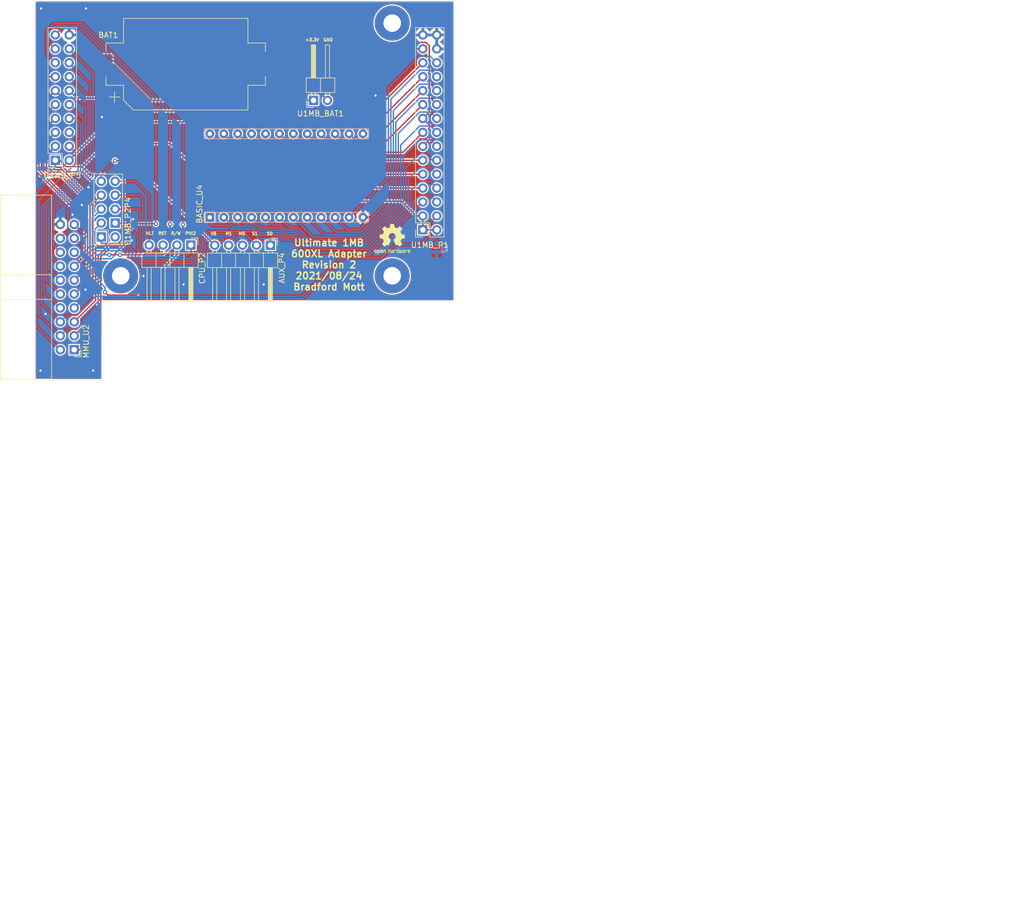
<source format=kicad_pcb>
(kicad_pcb (version 20171130) (host pcbnew 5.1.5+dfsg1-2build2)
  (title_block (title "Ultimate 1MB 600XL Adapter") (date 2021-08-24) (rev 2) (company "Bradford Mott") (comment 4 "Licensed under CERN-OHL-W v2 or later"))
  (layers (0 F.Cu signal) (31 B.Cu signal) (34 B.Paste user) (35 F.Paste user) (36 B.SilkS user) (37 F.SilkS user) (38 B.Mask user) (39 F.Mask user) (44 Edge.Cuts user))
  (net 0 "")
  (net 1 "Net-(BAT1-Pad1)")
  (net 2 "Net-(BAT1-Pad2)")
  (net 3 GND)
  (net 4 ~REF)
  (net 5 REN)
  (net 6 ~S5)
  (net 7 RD5)
  (net 8 ~BASIC)
  (net 9 RD4)
  (net 10 ~MPD)
  (net 11 ~MAP)
  (net 12 ~OS)
  (net 13 A15)
  (net 14 ~CI)
  (net 15 A14)
  (net 16 ~IO)
  (net 17 A13)
  (net 18 ~BE)
  (net 19 A12)
  (net 20 ~S4)
  (net 21 A11)
  (net 22 +5V)
  (net 23 D3)
  (net 24 D2)
  (net 25 D4)
  (net 26 D1)
  (net 27 D5)
  (net 28 D0)
  (net 29 D6)
  (net 30 D7)
  (net 31 A1)
  (net 32 A2)
  (net 33 A10)
  (net 34 A3)
  (net 35 A4)
  (net 36 A5)
  (net 37 A9)
  (net 38 A6)
  (net 39 A8)
  (net 40 A7)
  (net 41 A0)
  (net 42 RW)
  (net 43 PHI2)
  (net 44 ~RST)
  (net 45 ~HLT)
  (net 46 VB)
  (net 47 M1)
  (net 48 M0)
  (net 49 S1)
  (net 50 S0)
  (module Capacitor_SMD:C_0603_1608Metric (layer B.Cu) (at 181.864 99.568 90)
    (fp_text reference C2 (at 0 1.43 90) (layer B.SilkS) (effects (justify mirror)))
    (fp_text value "0.1 UF")
    (pad 2 smd roundrect (at 0.7875 0 90) (size 0.875 0.95) (layers B.Cu B.Paste B.Mask) (net 22 +5V))
    (pad 1 smd roundrect (at -0.7875 0 90) (size 0.875 0.95) (layers B.Cu B.Paste B.Mask) (net 3 GND))
  )
  (module Capacitor_SMD:C_0603_1608Metric (layer B.Cu) (at 109.982 85.852 270)
    (fp_text reference C1 (at 0 -1.397 270) (layer B.SilkS) (effects (justify mirror)))
    (fp_text value "0.1 UF")
    (pad 2 smd roundrect (at 0.7875 0 270) (size 0.875 0.95) (layers B.Cu B.Paste B.Mask) (net 22 +5V))
    (pad 1 smd roundrect (at -0.7875 0 270) (size 0.875 0.95) (layers B.Cu B.Paste B.Mask) (net 3 GND))
  )
  (module "Project Specific:DIP-24_W15.24mm-Notch" (layer F.Cu) (at 140.462 93.98 90)
    (fp_text reference BASIC_U4 (at 2.413 -1.8796 90) (layer F.SilkS))
    (fp_text value Conn_02x12_Counter_Clockwise hide)
    (pad 1 thru_hole rect (at 0 0 90) (size 1.6 1.6) (drill 0.8) (layers *.Cu *.Mask) (net 40 A7))
    (pad 2 thru_hole oval (at 0 2.54 90) (size 1.6 1.6) (drill 0.8) (layers *.Cu *.Mask) (net 38 A6))
    (pad 3 thru_hole oval (at 0 5.08 90) (size 1.6 1.6) (drill 0.8) (layers *.Cu *.Mask) (net 36 A5))
    (pad 4 thru_hole oval (at 0 7.62 90) (size 1.6 1.6) (drill 0.8) (layers *.Cu *.Mask) (net 35 A4))
    (pad 5 thru_hole oval (at 0 10.16 90) (size 1.6 1.6) (drill 0.8) (layers *.Cu *.Mask) (net 34 A3))
    (pad 6 thru_hole oval (at 0 12.7 90) (size 1.6 1.6) (drill 0.8) (layers *.Cu *.Mask) (net 32 A2))
    (pad 7 thru_hole oval (at 0 15.24 90) (size 1.6 1.6) (drill 0.8) (layers *.Cu *.Mask) (net 31 A1))
    (pad 8 thru_hole oval (at 0 17.78 90) (size 1.6 1.6) (drill 0.8) (layers *.Cu *.Mask) (net 41 A0))
    (pad 9 thru_hole oval (at 0 20.32 90) (size 1.6 1.6) (drill 0.8) (layers *.Cu *.Mask) (net 28 D0))
    (pad 10 thru_hole oval (at 0 22.86 90) (size 1.6 1.6) (drill 0.8) (layers *.Cu *.Mask) (net 26 D1))
    (pad 11 thru_hole oval (at 0 25.4 90) (size 1.6 1.6) (drill 0.8) (layers *.Cu *.Mask) (net 24 D2))
    (pad 12 thru_hole oval (at 0 27.94 90) (size 1.6 1.6) (drill 0.8) (layers *.Cu *.Mask) (net 3 GND))
    (pad 13 thru_hole oval (at 15.24 27.94 90) (size 1.6 1.6) (drill 0.8) (layers *.Cu *.Mask) (net 23 D3))
    (pad 14 thru_hole oval (at 15.24 25.4 90) (size 1.6 1.6) (drill 0.8) (layers *.Cu *.Mask) (net 25 D4))
    (pad 15 thru_hole oval (at 15.24 22.86 90) (size 1.6 1.6) (drill 0.8) (layers *.Cu *.Mask) (net 27 D5))
    (pad 16 thru_hole oval (at 15.24 20.32 90) (size 1.6 1.6) (drill 0.8) (layers *.Cu *.Mask) (net 29 D6))
    (pad 17 thru_hole oval (at 15.24 17.78 90) (size 1.6 1.6) (drill 0.8) (layers *.Cu *.Mask) (net 30 D7))
    (pad 18 thru_hole oval (at 15.24 15.24 90) (size 1.6 1.6) (drill 0.8) (layers *.Cu *.Mask))
    (pad 19 thru_hole oval (at 15.24 12.7 90) (size 1.6 1.6) (drill 0.8) (layers *.Cu *.Mask) (net 33 A10))
    (pad 20 thru_hole oval (at 15.24 10.16 90) (size 1.6 1.6) (drill 0.8) (layers *.Cu *.Mask))
    (pad 21 thru_hole oval (at 15.24 7.62 90) (size 1.6 1.6) (drill 0.8) (layers *.Cu *.Mask))
    (pad 22 thru_hole oval (at 15.24 5.08 90) (size 1.6 1.6) (drill 0.8) (layers *.Cu *.Mask) (net 37 A9))
    (pad 23 thru_hole oval (at 15.24 2.54 90) (size 1.6 1.6) (drill 0.8) (layers *.Cu *.Mask) (net 39 A8))
    (pad 24 thru_hole oval (at 15.24 0 90) (size 1.6 1.6) (drill 0.8) (layers *.Cu *.Mask))
  )
  (module Symbol:OSHW-Logo2_7.3x6mm_SilkScreen (layer F.Cu) (at 173.736 97.9424)
    (fp_text reference REF** hide)
    (fp_text value OSHW-Logo2_7.3x6mm_SilkScreen hide)
  )
  (module Connector_PinHeader_2.54mm:PinHeader_1x04_P2.54mm_Horizontal (layer F.Cu) (at 137.0076 99.0346 270)
    (fp_text reference CPU_P2 (at 4.2164 -2.0574 90) (layer F.SilkS))
    (fp_text value Conn_01x04)
    (pad 4 thru_hole oval (at 0 7.62 270) (size 1.7 1.7) (drill 1) (layers *.Cu *.Mask) (net 45 ~HLT))
    (pad 3 thru_hole oval (at 0 5.08 270) (size 1.7 1.7) (drill 1) (layers *.Cu *.Mask) (net 44 ~RST))
    (pad 2 thru_hole oval (at 0 2.54 270) (size 1.7 1.7) (drill 1) (layers *.Cu *.Mask) (net 42 RW))
    (pad 1 thru_hole rect (at 0 0 270) (size 1.7 1.7) (drill 1) (layers *.Cu *.Mask) (net 43 PHI2))
  )
  (module Connector_PinHeader_2.54mm:PinHeader_1x05_P2.54mm_Horizontal (layer F.Cu) (at 151.511 99.06 270)
    (fp_text reference AUX_P4 (at 4.1656 -2.0828 90) (layer F.SilkS))
    (fp_text value Conn_01x05)
    (pad 5 thru_hole oval (at 0 10.16 270) (size 1.7 1.7) (drill 1) (layers *.Cu *.Mask) (net 46 VB))
    (pad 4 thru_hole oval (at 0 7.62 270) (size 1.7 1.7) (drill 1) (layers *.Cu *.Mask) (net 47 M1))
    (pad 3 thru_hole oval (at 0 5.08 270) (size 1.7 1.7) (drill 1) (layers *.Cu *.Mask) (net 48 M0))
    (pad 2 thru_hole oval (at 0 2.54 270) (size 1.7 1.7) (drill 1) (layers *.Cu *.Mask) (net 49 S1))
    (pad 1 thru_hole rect (at 0 0 270) (size 1.7 1.7) (drill 1) (layers *.Cu *.Mask) (net 50 S0))
  )
  (module Connector_PinSocket_2.54mm:PinSocket_2x05_P2.54mm_Vertical (layer F.Cu) (at 120.65 97.5614 180)
    (fp_text reference U1MB_P2P4 (at -4.8514 2.8448 270) (layer F.SilkS))
    (fp_text value Conn_02x05_Row_Letter_First)
    (pad 1 thru_hole rect (at 0 0 180) (size 1.7 1.7) (drill 1) (layers *.Cu *.Mask) (net 50 S0))
    (pad 2 thru_hole oval (at -2.54 0 180) (size 1.7 1.7) (drill 1) (layers *.Cu *.Mask))
    (pad 3 thru_hole oval (at 0 2.54 180) (size 1.7 1.7) (drill 1) (layers *.Cu *.Mask) (net 49 S1))
    (pad 4 thru_hole rect (at -2.54 2.54 180) (size 1.7 1.7) (drill 1) (layers *.Cu *.Mask) (net 43 PHI2))
    (pad 5 thru_hole oval (at 0 5.08 180) (size 1.7 1.7) (drill 1) (layers *.Cu *.Mask) (net 48 M0))
    (pad 6 thru_hole oval (at -2.54 5.08 180) (size 1.7 1.7) (drill 1) (layers *.Cu *.Mask) (net 42 RW))
    (pad 7 thru_hole oval (at 0 7.62 180) (size 1.7 1.7) (drill 1) (layers *.Cu *.Mask) (net 47 M1))
    (pad 8 thru_hole oval (at -2.54 7.62 180) (size 1.7 1.7) (drill 1) (layers *.Cu *.Mask) (net 44 ~RST))
    (pad 9 thru_hole oval (at 0 10.16 180) (size 1.7 1.7) (drill 1) (layers *.Cu *.Mask) (net 46 VB))
    (pad 10 thru_hole oval (at -2.54 10.16 180) (size 1.7 1.7) (drill 1) (layers *.Cu *.Mask) (net 45 ~HLT))
  )
  (module MountingHole:MountingHole_3.2mm_M3_Pad (layer F.Cu) (at 173.736 58.547)
    (fp_text reference M3 hide)
    (fp_text value MountingHole_3.2mm_M3_Pad)
    (pad 1 thru_hole circle (at 0 0) (size 6.4 6.4) (drill 3.2) (layers *.Cu *.Mask))
  )
  (module MountingHole:MountingHole_3.2mm_M3_Pad (layer F.Cu) (at 173.736 104.648)
    (fp_text reference M2 hide)
    (fp_text value MountingHole_3.2mm_M3_Pad)
    (pad 1 thru_hole circle (at 0 0) (size 6.4 6.4) (drill 3.2) (layers *.Cu *.Mask))
  )
  (module "" (layer F.Cu) (at 164.465 117.729)
    (fp_text reference "" (at 124.333 104.902) (layer F.SilkS) (effects (font (size 1.27 1.27))))
    (fp_text value "" (at 124.333 104.902) (layer F.SilkS) (effects (font (size 1.27 1.27))))
  )
  (module MountingHole:MountingHole_3.2mm_M3_Pad (layer F.Cu) (at 124.206 104.648)
    (fp_text reference M1 hide)
    (fp_text value MountingHole_3.2mm_M3_Pad)
    (pad 1 thru_hole circle (at 0 0) (size 6.4 6.4) (drill 3.2) (layers *.Cu *.Mask))
  )
  (module Connector_IDC:IDC-Header_2x10_P2.54mm_Horizontal (layer F.Cu) (at 115.7224 118.1354 180)
    (fp_text reference MMU_U2 (at -2.159 1.524 270) (layer F.SilkS))
    (fp_text value Conn_02x10_Odd_Even)
    (pad 20 thru_hole oval (at 2.54 22.86 180) (size 1.7272 1.7272) (drill 1.016) (layers *.Cu *.Mask) (net 3 GND))
    (pad 19 thru_hole oval (at 0 22.86 180) (size 1.7272 1.7272) (drill 1.016) (layers *.Cu *.Mask) (net 4 ~REF))
    (pad 18 thru_hole oval (at 2.54 20.32 180) (size 1.7272 1.7272) (drill 1.016) (layers *.Cu *.Mask) (net 5 REN))
    (pad 17 thru_hole oval (at 0 20.32 180) (size 1.7272 1.7272) (drill 1.016) (layers *.Cu *.Mask) (net 6 ~S5))
    (pad 16 thru_hole oval (at 2.54 17.78 180) (size 1.7272 1.7272) (drill 1.016) (layers *.Cu *.Mask) (net 7 RD5))
    (pad 15 thru_hole oval (at 0 17.78 180) (size 1.7272 1.7272) (drill 1.016) (layers *.Cu *.Mask) (net 8 ~BASIC))
    (pad 14 thru_hole oval (at 2.54 15.24 180) (size 1.7272 1.7272) (drill 1.016) (layers *.Cu *.Mask) (net 9 RD4))
    (pad 13 thru_hole oval (at 0 15.24 180) (size 1.7272 1.7272) (drill 1.016) (layers *.Cu *.Mask) (net 10 ~MPD))
    (pad 12 thru_hole oval (at 2.54 12.7 180) (size 1.7272 1.7272) (drill 1.016) (layers *.Cu *.Mask) (net 11 ~MAP))
    (pad 11 thru_hole oval (at 0 12.7 180) (size 1.7272 1.7272) (drill 1.016) (layers *.Cu *.Mask) (net 12 ~OS))
    (pad 10 thru_hole oval (at 2.54 10.16 180) (size 1.7272 1.7272) (drill 1.016) (layers *.Cu *.Mask) (net 13 A15))
    (pad 9 thru_hole oval (at 0 10.16 180) (size 1.7272 1.7272) (drill 1.016) (layers *.Cu *.Mask) (net 14 ~CI))
    (pad 8 thru_hole oval (at 2.54 7.62 180) (size 1.7272 1.7272) (drill 1.016) (layers *.Cu *.Mask) (net 15 A14))
    (pad 7 thru_hole oval (at 0 7.62 180) (size 1.7272 1.7272) (drill 1.016) (layers *.Cu *.Mask) (net 16 ~IO))
    (pad 6 thru_hole oval (at 2.54 5.08 180) (size 1.7272 1.7272) (drill 1.016) (layers *.Cu *.Mask) (net 17 A13))
    (pad 5 thru_hole oval (at 0 5.08 180) (size 1.7272 1.7272) (drill 1.016) (layers *.Cu *.Mask) (net 18 ~BE))
    (pad 4 thru_hole oval (at 2.54 2.54 180) (size 1.7272 1.7272) (drill 1.016) (layers *.Cu *.Mask) (net 19 A12))
    (pad 3 thru_hole oval (at 0 2.54 180) (size 1.7272 1.7272) (drill 1.016) (layers *.Cu *.Mask) (net 20 ~S4))
    (pad 2 thru_hole oval (at 2.54 0 180) (size 1.7272 1.7272) (drill 1.016) (layers *.Cu *.Mask) (net 21 A11))
    (pad 1 thru_hole rect (at 0 0 180) (size 1.7272 1.7272) (drill 1.016) (layers *.Cu *.Mask) (net 22 +5V))
  )
  (module Connector_PinSocket_2.54mm:PinSocket_2x15_P2.54mm_Vertical (layer F.Cu) (at 179.324 96.266 180)
    (fp_text reference U1MB_P1 (at -1.27 -2.77) (layer F.SilkS))
    (fp_text value Conn_02x15_Counter_Clockwise)
    (pad 30 thru_hole oval (at -2.54 35.56 180) (size 1.7 1.7) (drill 1) (layers *.Cu *.Mask) (net 3 GND))
    (pad 29 thru_hole oval (at 0 35.56 180) (size 1.7 1.7) (drill 1) (layers *.Cu *.Mask) (net 3 GND))
    (pad 28 thru_hole oval (at -2.54 33.02 180) (size 1.7 1.7) (drill 1) (layers *.Cu *.Mask) (net 3 GND))
    (pad 27 thru_hole oval (at 0 33.02 180) (size 1.7 1.7) (drill 1) (layers *.Cu *.Mask) (net 23 D3))
    (pad 26 thru_hole oval (at -2.54 30.48 180) (size 1.7 1.7) (drill 1) (layers *.Cu *.Mask) (net 24 D2))
    (pad 25 thru_hole oval (at 0 30.48 180) (size 1.7 1.7) (drill 1) (layers *.Cu *.Mask) (net 25 D4))
    (pad 24 thru_hole oval (at -2.54 27.94 180) (size 1.7 1.7) (drill 1) (layers *.Cu *.Mask) (net 26 D1))
    (pad 23 thru_hole oval (at 0 27.94 180) (size 1.7 1.7) (drill 1) (layers *.Cu *.Mask) (net 27 D5))
    (pad 22 thru_hole oval (at -2.54 25.4 180) (size 1.7 1.7) (drill 1) (layers *.Cu *.Mask) (net 28 D0))
    (pad 21 thru_hole oval (at 0 25.4 180) (size 1.7 1.7) (drill 1) (layers *.Cu *.Mask) (net 29 D6))
    (pad 20 thru_hole oval (at -2.54 22.86 180) (size 1.7 1.7) (drill 1) (layers *.Cu *.Mask) (net 41 A0))
    (pad 19 thru_hole oval (at 0 22.86 180) (size 1.7 1.7) (drill 1) (layers *.Cu *.Mask) (net 30 D7))
    (pad 18 thru_hole oval (at -2.54 20.32 180) (size 1.7 1.7) (drill 1) (layers *.Cu *.Mask) (net 31 A1))
    (pad 17 thru_hole oval (at 0 20.32 180) (size 1.7 1.7) (drill 1) (layers *.Cu *.Mask) (net 12 ~OS))
    (pad 16 thru_hole oval (at -2.54 17.78 180) (size 1.7 1.7) (drill 1) (layers *.Cu *.Mask) (net 32 A2))
    (pad 15 thru_hole oval (at 0 17.78 180) (size 1.7 1.7) (drill 1) (layers *.Cu *.Mask) (net 33 A10))
    (pad 14 thru_hole oval (at -2.54 15.24 180) (size 1.7 1.7) (drill 1) (layers *.Cu *.Mask) (net 34 A3))
    (pad 13 thru_hole oval (at 0 15.24 180) (size 1.7 1.7) (drill 1) (layers *.Cu *.Mask) (net 12 ~OS))
    (pad 12 thru_hole oval (at -2.54 12.7 180) (size 1.7 1.7) (drill 1) (layers *.Cu *.Mask) (net 35 A4))
    (pad 11 thru_hole oval (at 0 12.7 180) (size 1.7 1.7) (drill 1) (layers *.Cu *.Mask) (net 21 A11))
    (pad 10 thru_hole oval (at -2.54 10.16 180) (size 1.7 1.7) (drill 1) (layers *.Cu *.Mask) (net 36 A5))
    (pad 9 thru_hole oval (at 0 10.16 180) (size 1.7 1.7) (drill 1) (layers *.Cu *.Mask) (net 37 A9))
    (pad 8 thru_hole oval (at -2.54 7.62 180) (size 1.7 1.7) (drill 1) (layers *.Cu *.Mask) (net 38 A6))
    (pad 7 thru_hole oval (at 0 7.62 180) (size 1.7 1.7) (drill 1) (layers *.Cu *.Mask) (net 39 A8))
    (pad 6 thru_hole oval (at -2.54 5.08 180) (size 1.7 1.7) (drill 1) (layers *.Cu *.Mask) (net 40 A7))
    (pad 5 thru_hole oval (at 0 5.08 180) (size 1.7 1.7) (drill 1) (layers *.Cu *.Mask) (net 17 A13))
    (pad 4 thru_hole oval (at -2.54 2.54 180) (size 1.7 1.7) (drill 1) (layers *.Cu *.Mask) (net 19 A12))
    (pad 3 thru_hole oval (at 0 2.54 180) (size 1.7 1.7) (drill 1) (layers *.Cu *.Mask) (net 22 +5V))
    (pad 2 thru_hole oval (at -2.54 0 180) (size 1.7 1.7) (drill 1) (layers *.Cu *.Mask) (net 22 +5V))
    (pad 1 thru_hole rect (at 0 0 180) (size 1.7 1.7) (drill 1) (layers *.Cu *.Mask) (net 22 +5V))
  )
  (module Connector_PinSocket_2.54mm:PinSocket_2x10_P2.54mm_Vertical (layer F.Cu) (at 112.268 83.566 180)
    (fp_text reference U1MB_P5 (at -1.27 -2.77) (layer F.SilkS))
    (fp_text value Conn_02x10_Odd_Even)
    (pad 20 thru_hole oval (at -2.54 22.86 180) (size 1.7 1.7) (drill 1) (layers *.Cu *.Mask) (net 3 GND))
    (pad 19 thru_hole oval (at 0 22.86 180) (size 1.7 1.7) (drill 1) (layers *.Cu *.Mask) (net 4 ~REF))
    (pad 18 thru_hole oval (at -2.54 20.32 180) (size 1.7 1.7) (drill 1) (layers *.Cu *.Mask) (net 5 REN))
    (pad 17 thru_hole oval (at 0 20.32 180) (size 1.7 1.7) (drill 1) (layers *.Cu *.Mask) (net 6 ~S5))
    (pad 16 thru_hole oval (at -2.54 17.78 180) (size 1.7 1.7) (drill 1) (layers *.Cu *.Mask) (net 7 RD5))
    (pad 15 thru_hole oval (at 0 17.78 180) (size 1.7 1.7) (drill 1) (layers *.Cu *.Mask) (net 8 ~BASIC))
    (pad 14 thru_hole oval (at -2.54 15.24 180) (size 1.7 1.7) (drill 1) (layers *.Cu *.Mask) (net 9 RD4))
    (pad 13 thru_hole oval (at 0 15.24 180) (size 1.7 1.7) (drill 1) (layers *.Cu *.Mask) (net 10 ~MPD))
    (pad 12 thru_hole oval (at -2.54 12.7 180) (size 1.7 1.7) (drill 1) (layers *.Cu *.Mask) (net 11 ~MAP))
    (pad 11 thru_hole oval (at 0 12.7 180) (size 1.7 1.7) (drill 1) (layers *.Cu *.Mask) (net 12 ~OS))
    (pad 10 thru_hole oval (at -2.54 10.16 180) (size 1.7 1.7) (drill 1) (layers *.Cu *.Mask) (net 13 A15))
    (pad 9 thru_hole oval (at 0 10.16 180) (size 1.7 1.7) (drill 1) (layers *.Cu *.Mask) (net 14 ~CI))
    (pad 8 thru_hole oval (at -2.54 7.62 180) (size 1.7 1.7) (drill 1) (layers *.Cu *.Mask) (net 15 A14))
    (pad 7 thru_hole oval (at 0 7.62 180) (size 1.7 1.7) (drill 1) (layers *.Cu *.Mask) (net 16 ~IO))
    (pad 6 thru_hole oval (at -2.54 5.08 180) (size 1.7 1.7) (drill 1) (layers *.Cu *.Mask) (net 17 A13))
    (pad 5 thru_hole oval (at 0 5.08 180) (size 1.7 1.7) (drill 1) (layers *.Cu *.Mask) (net 18 ~BE))
    (pad 4 thru_hole oval (at -2.54 2.54 180) (size 1.7 1.7) (drill 1) (layers *.Cu *.Mask) (net 19 A12))
    (pad 3 thru_hole oval (at 0 2.54 180) (size 1.7 1.7) (drill 1) (layers *.Cu *.Mask) (net 20 ~S4))
    (pad 2 thru_hole oval (at -2.54 0 180) (size 1.7 1.7) (drill 1) (layers *.Cu *.Mask) (net 21 A11))
    (pad 1 thru_hole rect (at 0 0 180) (size 1.7 1.7) (drill 1) (layers *.Cu *.Mask) (net 22 +5V))
  )
  (module Connector_PinHeader_2.54mm:PinHeader_1x02_P2.54mm_Horizontal (layer F.Cu) (at 159.385 72.644 90)
    (fp_text reference U1MB_BAT1 (at -2.413 1.27) (layer F.SilkS))
    (fp_text value Conn_01x02)
    (pad 2 thru_hole oval (at 0 2.54 90) (size 1.7 1.7) (drill 1) (layers *.Cu *.Mask) (net 2 "Net-(BAT1-Pad2)"))
    (pad 1 thru_hole rect (at 0 0 90) (size 1.7 1.7) (drill 1) (layers *.Cu *.Mask) (net 1 "Net-(BAT1-Pad1)"))
  )
  (module Battery:BatteryHolder_Keystone_1060_1x2032 (layer F.Cu) (at 136.062 66.04)
    (fp_text reference BAT1 (at -14.125 -5.3) (layer F.SilkS))
    (fp_text value Battery_Cell)
    (pad 1 smd rect (at -14.65 0 180) (size 2.6 3.6) (layers F.Cu F.Paste F.Mask) (net 1 "Net-(BAT1-Pad1)"))
    (pad 2 smd rect (at 14.65 0 180) (size 2.6 3.6) (layers F.Cu F.Paste F.Mask) (net 2 "Net-(BAT1-Pad2)"))
  )
  (gr_text "VB    M1   M0   S1    S0" (at 146.2786 96.9518) (layer F.SilkS) (effects (font (size 0.55 0.55) (thickness 0.1375))))
  (gr_text "+3.3V  GND" (at 160.401 61.595) (layer F.SilkS) (effects (font (size 0.55 0.55) (thickness 0.1375))))
  (gr_text "HLT  RST  R/W  PHI2" (at 133.35 96.901) (layer F.SilkS) (effects (font (size 0.55 0.55) (thickness 0.1375))))
  (gr_text "Ultimate 1MB\n600XL Adapter\nRevision 2\n2021/08/24\nBradford Mott" (at 162.2044 102.6414) (layer F.SilkS) (effects (font (size 1.25 1.25) (thickness 0.25))))
  (gr_line (start 185.166 109.347) (end 120.904 109.347) (layer Edge.Cuts) (width 0.05))
  (gr_line (start 185.166 54.356) (end 185.166 109.347) (layer Edge.Cuts) (width 0.05))
  (gr_line (start 108.458 123.698) (end 120.904 123.698) (layer Edge.Cuts) (width 0.05))
  (gr_line (start 120.904 123.698) (end 120.904 109.347) (layer Edge.Cuts) (width 0.05))
  (gr_line (start 108.458 123.698) (end 108.458 54.356) (layer Edge.Cuts) (width 0.05))
  (gr_line (start 108.458 54.356) (end 185.166 54.356) (layer Edge.Cuts) (width 0.05))
  (segment (start 158.285 72.644) (end 159.385 72.644) (width 0.25) (layer F.Cu) (net 1))
  (segment (start 129.566 72.644) (end 158.285 72.644) (width 0.25) (layer F.Cu) (net 1))
  (segment (start 122.962 66.04) (end 129.566 72.644) (width 0.25) (layer F.Cu) (net 1))
  (segment (start 121.412 66.04) (end 122.962 66.04) (width 0.25) (layer F.Cu) (net 1))
  (segment (start 155.321 66.04) (end 161.925 72.644) (width 0.25) (layer F.Cu) (net 2))
  (segment (start 150.712 66.04) (end 155.321 66.04) (width 0.25) (layer F.Cu) (net 2))
  (segment (start 180.526081 60.706) (end 181.864 60.706) (width 0.25) (layer B.Cu) (net 3))
  (segment (start 179.324 60.706) (end 180.526081 60.706) (width 0.25) (layer B.Cu) (net 3))
  (segment (start 181.864 62.043919) (end 181.864 60.706) (width 0.25) (layer B.Cu) (net 3))
  (segment (start 181.864 63.246) (end 181.864 62.043919) (width 0.25) (layer B.Cu) (net 3))
  (via (at 119.1768 121.9454) (size 0.8) (drill 0.4) (layers F.Cu B.Cu) (net 3))
  (via (at 109.5756 121.9454) (size 0.8) (drill 0.4) (layers F.Cu B.Cu) (net 3))
  (via (at 150.2918 106.2228) (size 0.8) (drill 0.4) (layers F.Cu B.Cu) (net 3))
  (via (at 135.6614 106.2228) (size 0.8) (drill 0.4) (layers F.Cu B.Cu) (net 3))
  (via (at 109.6772 55.88) (size 0.8) (drill 0.4) (layers F.Cu B.Cu) (net 3))
  (via (at 117.8814 55.88) (size 0.8) (drill 0.4) (layers F.Cu B.Cu) (net 3))
  (via (at 117.7798 107.188) (size 0.8) (drill 0.4) (layers F.Cu B.Cu) (net 3))
  (via (at 118.3132 88.4936) (size 0.8) (drill 0.4) (layers F.Cu B.Cu) (net 3))
  (via (at 126.4666 94.3102) (size 0.8) (drill 0.4) (layers F.Cu B.Cu) (net 3))
  (via (at 126.1872 98.171) (size 0.8) (drill 0.4) (layers F.Cu B.Cu) (net 3))
  (via (at 110.49 111.6076) (size 0.8) (drill 0.4) (layers F.Cu B.Cu) (net 3))
  (via (at 117.1194 91.7194) (size 0.8) (drill 0.4) (layers F.Cu B.Cu) (net 3))
  (via (at 115.4176 93.4974) (size 0.8) (drill 0.4) (layers F.Cu B.Cu) (net 3))
  (via (at 128.3462 104.6734) (size 0.8) (drill 0.4) (layers F.Cu B.Cu) (net 3))
  (via (at 170.688 71.755) (size 0.8) (drill 0.4) (layers F.Cu B.Cu) (net 3))
  (via (at 120.777 75.692) (size 0.8) (drill 0.4) (layers F.Cu B.Cu) (net 3))
  (segment (start 130.6068 73.2282) (end 130.6068 95.1484) (width 0.25) (layer B.Cu) (net 4))
  (via (at 130.6068 95.1484) (size 0.8) (drill 0.4) (layers F.Cu B.Cu) (net 4))
  (segment (start 130.6068 95.1484) (end 126.9492 95.1484) (width 0.25) (layer F.Cu) (net 4))
  (segment (start 116.909599 59.530999) (end 130.6068 73.2282) (width 0.25) (layer B.Cu) (net 4))
  (segment (start 113.443001 59.530999) (end 116.909599 59.530999) (width 0.25) (layer B.Cu) (net 4))
  (segment (start 112.268 60.706) (end 113.443001 59.530999) (width 0.25) (layer B.Cu) (net 4))
  (via (at 122.128764 100.81143) (size 0.8) (drill 0.4) (layers F.Cu B.Cu) (net 4))
  (segment (start 122.951792 100.81143) (end 122.128764 100.81143) (width 0.25) (layer F.Cu) (net 4))
  (segment (start 125.265019 98.498203) (end 122.951792 100.81143) (width 0.25) (layer F.Cu) (net 4))
  (segment (start 125.265019 96.832581) (end 125.265019 98.498203) (width 0.25) (layer F.Cu) (net 4))
  (segment (start 126.9492 95.1484) (end 125.265019 96.832581) (width 0.25) (layer F.Cu) (net 4))
  (segment (start 119.705798 100.81143) (end 118.12497 99.230602) (width 0.25) (layer B.Cu) (net 4))
  (segment (start 122.128764 100.81143) (end 119.705798 100.81143) (width 0.25) (layer B.Cu) (net 4))
  (segment (start 118.12497 97.67797) (end 115.7224 95.2754) (width 0.25) (layer B.Cu) (net 4))
  (segment (start 118.12497 99.230602) (end 118.12497 97.67797) (width 0.25) (layer B.Cu) (net 4))
  (segment (start 114.808 63.246) (end 119.133064 67.571064) (width 0.25) (layer B.Cu) (net 5))
  (segment (start 119.133064 67.571064) (end 119.133064 86.482756) (width 0.25) (layer B.Cu) (net 5))
  (segment (start 114.045999 96.951801) (end 113.1824 97.8154) (width 0.25) (layer B.Cu) (net 5))
  (segment (start 114.533799 96.464001) (end 114.045999 96.951801) (width 0.25) (layer B.Cu) (net 5))
  (segment (start 114.533799 91.082021) (end 114.533799 96.464001) (width 0.25) (layer B.Cu) (net 5))
  (segment (start 119.133064 86.482756) (end 114.533799 91.082021) (width 0.25) (layer B.Cu) (net 5))
  (via (at 133.223 95.2246) (size 0.8) (drill 0.4) (layers F.Cu B.Cu) (net 6))
  (segment (start 133.223 79.921998) (end 133.223 95.2246) (width 0.25) (layer B.Cu) (net 6))
  (segment (start 133.223 95.2246) (end 133.223 99.478202) (width 0.25) (layer F.Cu) (net 6))
  (segment (start 133.223 75.20799) (end 133.223 79.921998) (width 0.25) (layer B.Cu) (net 6))
  (segment (start 117.096 59.08099) (end 133.223 75.20799) (width 0.25) (layer B.Cu) (net 6))
  (segment (start 112.154009 59.080989) (end 117.096 59.08099) (width 0.25) (layer B.Cu) (net 6))
  (segment (start 111.092999 62.070999) (end 111.092999 60.141999) (width 0.25) (layer B.Cu) (net 6))
  (segment (start 111.092999 60.141999) (end 112.154009 59.080989) (width 0.25) (layer B.Cu) (net 6))
  (segment (start 112.268 63.246) (end 111.092999 62.070999) (width 0.25) (layer B.Cu) (net 6))
  (segment (start 133.223 99.478202) (end 131.889772 100.81143) (width 0.25) (layer F.Cu) (net 6))
  (via (at 124.090964 100.81143) (size 0.8) (drill 0.4) (layers F.Cu B.Cu) (net 6))
  (segment (start 131.889772 100.81143) (end 124.090964 100.81143) (width 0.25) (layer F.Cu) (net 6))
  (segment (start 116.585999 98.678999) (end 115.7224 97.8154) (width 0.25) (layer B.Cu) (net 6))
  (segment (start 119.443431 101.536431) (end 116.585999 98.678999) (width 0.25) (layer B.Cu) (net 6))
  (segment (start 122.476765 101.536431) (end 119.443431 101.536431) (width 0.25) (layer B.Cu) (net 6))
  (segment (start 123.201766 100.81143) (end 122.476765 101.536431) (width 0.25) (layer B.Cu) (net 6))
  (segment (start 124.090964 100.81143) (end 123.201766 100.81143) (width 0.25) (layer B.Cu) (net 6))
  (segment (start 114.808 65.786) (end 118.683055 69.661055) (width 0.25) (layer B.Cu) (net 7))
  (segment (start 118.683055 69.661055) (end 118.683055 86.296355) (width 0.25) (layer B.Cu) (net 7))
  (segment (start 112.318801 99.491801) (end 113.1824 100.3554) (width 0.25) (layer B.Cu) (net 7))
  (segment (start 111.993799 99.166799) (end 112.318801 99.491801) (width 0.25) (layer B.Cu) (net 7))
  (segment (start 111.993799 92.985611) (end 111.993799 99.166799) (width 0.25) (layer B.Cu) (net 7))
  (segment (start 118.683055 86.296355) (end 111.993799 92.985611) (width 0.25) (layer B.Cu) (net 7))
  (via (at 135.5598 95.3008) (size 0.8) (drill 0.4) (layers F.Cu B.Cu) (net 8))
  (segment (start 135.5598 82.258798) (end 135.5598 95.3008) (width 0.25) (layer B.Cu) (net 8))
  (segment (start 135.5598 95.866485) (end 135.642601 95.949286) (width 0.25) (layer F.Cu) (net 8))
  (segment (start 135.642601 95.949286) (end 135.642601 99.598601) (width 0.25) (layer F.Cu) (net 8))
  (segment (start 135.5598 95.3008) (end 135.5598 95.866485) (width 0.25) (layer F.Cu) (net 8))
  (segment (start 135.5598 76.90838) (end 135.5598 82.258798) (width 0.25) (layer B.Cu) (net 8))
  (segment (start 111.96761 58.63098) (end 117.282401 58.630981) (width 0.25) (layer B.Cu) (net 8))
  (segment (start 110.64299 59.955598) (end 111.96761 58.63098) (width 0.25) (layer B.Cu) (net 8))
  (segment (start 117.282401 58.630981) (end 135.5598 76.90838) (width 0.25) (layer B.Cu) (net 8))
  (segment (start 110.64299 64.16099) (end 110.64299 59.955598) (width 0.25) (layer B.Cu) (net 8))
  (segment (start 112.268 65.786) (end 110.64299 64.16099) (width 0.25) (layer B.Cu) (net 8))
  (via (at 121.3358 107.6452) (size 0.8) (drill 0.4) (layers F.Cu B.Cu) (net 8))
  (segment (start 121.863601 108.173001) (end 121.3358 107.6452) (width 0.25) (layer F.Cu) (net 8))
  (segment (start 127.068201 108.173001) (end 121.863601 108.173001) (width 0.25) (layer F.Cu) (net 8))
  (segment (start 135.642601 99.598601) (end 127.068201 108.173001) (width 0.25) (layer F.Cu) (net 8))
  (segment (start 121.3358 106.74967) (end 118.9482 104.36207) (width 0.25) (layer B.Cu) (net 8))
  (segment (start 121.3358 107.6452) (end 121.3358 106.74967) (width 0.25) (layer B.Cu) (net 8))
  (segment (start 118.9482 103.5812) (end 115.7224 100.3554) (width 0.25) (layer B.Cu) (net 8))
  (segment (start 118.9482 104.36207) (end 118.9482 103.5812) (width 0.25) (layer B.Cu) (net 8))
  (segment (start 118.233046 71.751046) (end 118.233046 86.109954) (width 0.25) (layer B.Cu) (net 9))
  (segment (start 114.808 68.326) (end 118.233046 71.751046) (width 0.25) (layer B.Cu) (net 9))
  (segment (start 112.318801 102.031801) (end 113.1824 102.8954) (width 0.25) (layer B.Cu) (net 9))
  (segment (start 111.543789 101.256789) (end 112.318801 102.031801) (width 0.25) (layer B.Cu) (net 9))
  (segment (start 111.543789 92.799211) (end 111.543789 101.256789) (width 0.25) (layer B.Cu) (net 9))
  (segment (start 118.233046 86.109954) (end 111.543789 92.799211) (width 0.25) (layer B.Cu) (net 9))
  (segment (start 108.842954 70.548965) (end 108.842954 85.608006) (width 0.25) (layer F.Cu) (net 10))
  (segment (start 111.065919 68.326) (end 108.842954 70.548965) (width 0.25) (layer F.Cu) (net 10))
  (segment (start 112.268 68.326) (end 111.065919 68.326) (width 0.25) (layer F.Cu) (net 10))
  (segment (start 108.842954 85.608006) (end 117.71798 94.483032) (width 0.25) (layer F.Cu) (net 10))
  (segment (start 117.71798 100.89982) (end 115.7224 102.8954) (width 0.25) (layer F.Cu) (net 10))
  (segment (start 117.71798 94.483032) (end 117.71798 100.89982) (width 0.25) (layer F.Cu) (net 10))
  (segment (start 112.318801 104.571801) (end 113.1824 105.4354) (width 0.25) (layer B.Cu) (net 11))
  (segment (start 111.093779 103.346779) (end 112.318801 104.571801) (width 0.25) (layer B.Cu) (net 11))
  (segment (start 111.093779 92.612811) (end 111.093779 103.346779) (width 0.25) (layer B.Cu) (net 11))
  (segment (start 117.783037 85.923553) (end 111.093779 92.612811) (width 0.25) (layer B.Cu) (net 11))
  (segment (start 117.783037 73.841037) (end 117.783037 85.923553) (width 0.25) (layer B.Cu) (net 11))
  (segment (start 114.808 70.866) (end 117.783037 73.841037) (width 0.25) (layer B.Cu) (net 11))
  (segment (start 109.292963 85.421605) (end 118.16799 94.296632) (width 0.25) (layer F.Cu) (net 12))
  (segment (start 109.292963 73.841037) (end 109.292963 85.421605) (width 0.25) (layer F.Cu) (net 12))
  (segment (start 112.268 70.866) (end 109.292963 73.841037) (width 0.25) (layer F.Cu) (net 12))
  (segment (start 118.16799 102.98981) (end 115.7224 105.4354) (width 0.25) (layer F.Cu) (net 12))
  (segment (start 118.16799 94.296632) (end 118.16799 102.98981) (width 0.25) (layer F.Cu) (net 12))
  (segment (start 112.268 70.866) (end 110.903001 72.230999) (width 0.25) (layer F.Cu) (net 12))
  (segment (start 180.173999 80.176001) (end 179.324 81.026) (width 0.25) (layer F.Cu) (net 12))
  (segment (start 180.499001 79.850999) (end 180.173999 80.176001) (width 0.25) (layer F.Cu) (net 12))
  (segment (start 180.499001 77.121001) (end 180.499001 79.850999) (width 0.25) (layer F.Cu) (net 12))
  (segment (start 179.324 75.946) (end 180.499001 77.121001) (width 0.25) (layer F.Cu) (net 12))
  (segment (start 113.117999 71.715999) (end 112.268 70.866) (width 0.25) (layer F.Cu) (net 12))
  (segment (start 113.632999 72.230999) (end 113.117999 71.715999) (width 0.25) (layer F.Cu) (net 12))
  (segment (start 122.587001 74.581001) (end 120.236999 72.230999) (width 0.25) (layer F.Cu) (net 12))
  (segment (start 164.863389 74.581001) (end 122.587001 74.581001) (width 0.25) (layer F.Cu) (net 12))
  (segment (start 177.373391 62.070999) (end 164.863389 74.581001) (width 0.25) (layer F.Cu) (net 12))
  (segment (start 179.888001 62.070999) (end 177.373391 62.070999) (width 0.25) (layer F.Cu) (net 12))
  (segment (start 180.499001 62.681999) (end 179.888001 62.070999) (width 0.25) (layer F.Cu) (net 12))
  (segment (start 180.499001 74.770999) (end 180.499001 62.681999) (width 0.25) (layer F.Cu) (net 12))
  (segment (start 120.236999 72.230999) (end 113.632999 72.230999) (width 0.25) (layer F.Cu) (net 12))
  (segment (start 179.324 75.946) (end 180.499001 74.770999) (width 0.25) (layer F.Cu) (net 12))
  (segment (start 112.318801 107.111801) (end 113.1824 107.9754) (width 0.25) (layer B.Cu) (net 13))
  (segment (start 110.643769 105.436769) (end 112.318801 107.111801) (width 0.25) (layer B.Cu) (net 13))
  (segment (start 110.643769 92.426411) (end 110.643769 105.436769) (width 0.25) (layer B.Cu) (net 13))
  (segment (start 117.333028 85.737152) (end 110.643769 92.426411) (width 0.25) (layer B.Cu) (net 13))
  (segment (start 117.333028 75.931028) (end 117.333028 85.737152) (width 0.25) (layer B.Cu) (net 13))
  (segment (start 114.808 73.406) (end 117.333028 75.931028) (width 0.25) (layer B.Cu) (net 13))
  (segment (start 110.867768 86.36) (end 113.03 86.36) (width 0.25) (layer F.Cu) (net 14))
  (segment (start 109.742972 85.235204) (end 110.867768 86.36) (width 0.25) (layer F.Cu) (net 14))
  (segment (start 109.742971 75.931029) (end 109.742972 85.235204) (width 0.25) (layer F.Cu) (net 14))
  (segment (start 112.268 73.406) (end 109.742971 75.931029) (width 0.25) (layer F.Cu) (net 14))
  (segment (start 113.157 86.487) (end 113.40959 86.487) (width 0.25) (layer F.Cu) (net 14))
  (segment (start 113.03 86.36) (end 113.157 86.487) (width 0.25) (layer F.Cu) (net 14))
  (segment (start 113.40959 86.487) (end 118.618 91.69541) (width 0.25) (layer F.Cu) (net 14))
  (segment (start 118.618 105.0798) (end 115.7224 107.9754) (width 0.25) (layer F.Cu) (net 14))
  (segment (start 118.618 91.69541) (end 118.618 105.0798) (width 0.25) (layer F.Cu) (net 14))
  (segment (start 110.193759 107.526759) (end 112.318801 109.651801) (width 0.25) (layer B.Cu) (net 15))
  (segment (start 110.193759 92.240011) (end 110.193759 107.526759) (width 0.25) (layer B.Cu) (net 15))
  (segment (start 116.883019 85.550751) (end 110.193759 92.240011) (width 0.25) (layer B.Cu) (net 15))
  (segment (start 116.88302 76.818939) (end 116.883019 85.550751) (width 0.25) (layer B.Cu) (net 15))
  (segment (start 116.010081 75.946) (end 116.88302 76.818939) (width 0.25) (layer B.Cu) (net 15))
  (segment (start 112.318801 109.651801) (end 113.1824 110.5154) (width 0.25) (layer B.Cu) (net 15))
  (segment (start 114.808 75.946) (end 116.010081 75.946) (width 0.25) (layer B.Cu) (net 15))
  (segment (start 110.192981 85.048803) (end 110.880198 85.73602) (width 0.25) (layer F.Cu) (net 16))
  (segment (start 110.192981 78.021019) (end 110.192981 85.048803) (width 0.25) (layer F.Cu) (net 16))
  (segment (start 112.268 75.946) (end 110.192981 78.021019) (width 0.25) (layer F.Cu) (net 16))
  (segment (start 118.999 91.44) (end 119.033768 91.44) (width 0.25) (layer F.Cu) (net 16))
  (segment (start 113.29502 85.73602) (end 118.999 91.44) (width 0.25) (layer F.Cu) (net 16))
  (segment (start 110.880198 85.73602) (end 113.29502 85.73602) (width 0.25) (layer F.Cu) (net 16))
  (segment (start 119.033768 91.44) (end 119.126 91.532232) (width 0.25) (layer F.Cu) (net 16))
  (segment (start 119.126 107.1118) (end 115.7224 110.5154) (width 0.25) (layer F.Cu) (net 16))
  (segment (start 119.126 91.532232) (end 119.126 107.1118) (width 0.25) (layer F.Cu) (net 16))
  (segment (start 112.318801 112.191801) (end 113.1824 113.0554) (width 0.25) (layer B.Cu) (net 17))
  (segment (start 109.743749 109.616749) (end 112.318801 112.191801) (width 0.25) (layer B.Cu) (net 17))
  (segment (start 116.43301 85.36435) (end 109.743749 92.053611) (width 0.25) (layer B.Cu) (net 17))
  (segment (start 116.43301 80.11101) (end 116.43301 85.36435) (width 0.25) (layer B.Cu) (net 17))
  (segment (start 109.743749 92.053611) (end 109.743749 109.616749) (width 0.25) (layer B.Cu) (net 17))
  (segment (start 114.808 78.486) (end 116.43301 80.11101) (width 0.25) (layer B.Cu) (net 17))
  (segment (start 114.045999 112.191801) (end 113.1824 113.0554) (width 0.25) (layer B.Cu) (net 17))
  (segment (start 114.371001 111.866799) (end 114.045999 112.191801) (width 0.25) (layer B.Cu) (net 17))
  (segment (start 119.60794 108.38899) (end 116.130131 111.866799) (width 0.25) (layer B.Cu) (net 17))
  (segment (start 157.2936 108.38899) (end 119.60794 108.38899) (width 0.25) (layer B.Cu) (net 17))
  (segment (start 116.130131 111.866799) (end 114.371001 111.866799) (width 0.25) (layer B.Cu) (net 17))
  (segment (start 164.7866 100.89599) (end 157.2936 108.38899) (width 0.25) (layer B.Cu) (net 17))
  (segment (start 169.61401 100.89599) (end 164.7866 100.89599) (width 0.25) (layer B.Cu) (net 17))
  (segment (start 179.324 91.186) (end 169.61401 100.89599) (width 0.25) (layer B.Cu) (net 17))
  (segment (start 119.63798 99.650612) (end 119.63798 109.13982) (width 0.25) (layer F.Cu) (net 18))
  (segment (start 119.90159 99.387002) (end 119.63798 99.650612) (width 0.25) (layer F.Cu) (net 18))
  (segment (start 121.825001 91.891999) (end 121.825001 98.671401) (width 0.25) (layer F.Cu) (net 18))
  (segment (start 121.214001 91.280999) (end 121.825001 91.891999) (width 0.25) (layer F.Cu) (net 18))
  (segment (start 113.516188 85.28601) (end 119.511177 91.280999) (width 0.25) (layer F.Cu) (net 18))
  (segment (start 121.1094 99.387002) (end 119.90159 99.387002) (width 0.25) (layer F.Cu) (net 18))
  (segment (start 111.066598 85.28601) (end 113.516188 85.28601) (width 0.25) (layer F.Cu) (net 18))
  (segment (start 121.825001 98.671401) (end 121.1094 99.387002) (width 0.25) (layer F.Cu) (net 18))
  (segment (start 119.511177 91.280999) (end 121.214001 91.280999) (width 0.25) (layer F.Cu) (net 18))
  (segment (start 110.64299 84.862402) (end 111.066598 85.28601) (width 0.25) (layer F.Cu) (net 18))
  (segment (start 110.64299 80.11101) (end 110.64299 84.862402) (width 0.25) (layer F.Cu) (net 18))
  (segment (start 119.63798 109.13982) (end 115.7224 113.0554) (width 0.25) (layer F.Cu) (net 18))
  (segment (start 112.268 78.486) (end 110.64299 80.11101) (width 0.25) (layer F.Cu) (net 18))
  (segment (start 114.808 81.026) (end 115.983001 82.201001) (width 0.25) (layer B.Cu) (net 19))
  (segment (start 115.983001 82.201001) (end 115.983001 84.130001) (width 0.25) (layer B.Cu) (net 19))
  (segment (start 109.25802 111.67102) (end 112.318801 114.731801) (width 0.25) (layer B.Cu) (net 19))
  (segment (start 112.318801 114.731801) (end 113.1824 115.5954) (width 0.25) (layer B.Cu) (net 19))
  (segment (start 109.25802 90.854982) (end 109.25802 111.67102) (width 0.25) (layer B.Cu) (net 19))
  (segment (start 115.983001 84.130001) (end 109.25802 90.854982) (width 0.25) (layer B.Cu) (net 19))
  (segment (start 181.864 93.726) (end 180.688999 94.901001) (width 0.25) (layer B.Cu) (net 19))
  (segment (start 116.911001 112.484871) (end 116.911001 113.625929) (width 0.25) (layer B.Cu) (net 19))
  (segment (start 114.045999 114.731801) (end 113.1824 115.5954) (width 0.25) (layer B.Cu) (net 19))
  (segment (start 180.688999 94.901001) (end 180.688999 97.186003) (width 0.25) (layer B.Cu) (net 19))
  (segment (start 120.556872 108.839) (end 116.911001 112.484871) (width 0.25) (layer B.Cu) (net 19))
  (segment (start 180.688999 97.186003) (end 178.942002 98.933) (width 0.25) (layer B.Cu) (net 19))
  (segment (start 116.130131 114.406799) (end 114.371001 114.406799) (width 0.25) (layer B.Cu) (net 19))
  (segment (start 174.233998 98.933) (end 171.820998 101.346) (width 0.25) (layer B.Cu) (net 19))
  (segment (start 171.820998 101.346) (end 164.973 101.346) (width 0.25) (layer B.Cu) (net 19))
  (segment (start 178.942002 98.933) (end 174.233998 98.933) (width 0.25) (layer B.Cu) (net 19))
  (segment (start 164.973 101.346) (end 157.48 108.839) (width 0.25) (layer B.Cu) (net 19))
  (segment (start 157.48 108.839) (end 120.556872 108.839) (width 0.25) (layer B.Cu) (net 19))
  (segment (start 116.911001 113.625929) (end 116.130131 114.406799) (width 0.25) (layer B.Cu) (net 19))
  (segment (start 114.371001 114.406799) (end 114.045999 114.731801) (width 0.25) (layer B.Cu) (net 19))
  (segment (start 123.622003 98.868399) (end 122.264413 98.868399) (width 0.25) (layer F.Cu) (net 20))
  (segment (start 114.560094 85.693506) (end 117.189506 85.693506) (width 0.25) (layer F.Cu) (net 20))
  (segment (start 112.268 81.026) (end 111.092999 82.201001) (width 0.25) (layer F.Cu) (net 20))
  (segment (start 111.092999 82.201001) (end 111.092999 84.676001) (width 0.25) (layer F.Cu) (net 20))
  (segment (start 117.189506 85.693506) (end 120.236999 88.740999) (width 0.25) (layer F.Cu) (net 20))
  (segment (start 113.702588 84.836) (end 114.560094 85.693506) (width 0.25) (layer F.Cu) (net 20))
  (segment (start 111.092999 84.676001) (end 111.252998 84.836) (width 0.25) (layer F.Cu) (net 20))
  (segment (start 124.365001 89.351999) (end 124.365001 98.125401) (width 0.25) (layer F.Cu) (net 20))
  (segment (start 120.236999 88.740999) (end 123.754001 88.740999) (width 0.25) (layer F.Cu) (net 20))
  (segment (start 124.365001 98.125401) (end 123.622003 98.868399) (width 0.25) (layer F.Cu) (net 20))
  (segment (start 111.252998 84.836) (end 113.702588 84.836) (width 0.25) (layer F.Cu) (net 20))
  (segment (start 123.754001 88.740999) (end 124.365001 89.351999) (width 0.25) (layer F.Cu) (net 20))
  (segment (start 116.585999 114.731801) (end 115.7224 115.5954) (width 0.25) (layer F.Cu) (net 20))
  (segment (start 120.08799 111.22981) (end 116.585999 114.731801) (width 0.25) (layer F.Cu) (net 20))
  (segment (start 120.08799 101.044822) (end 120.08799 111.22981) (width 0.25) (layer F.Cu) (net 20))
  (segment (start 122.264413 98.868399) (end 120.08799 101.044822) (width 0.25) (layer F.Cu) (net 20))
  (segment (start 114.808 83.566) (end 108.80801 89.56599) (width 0.25) (layer B.Cu) (net 21))
  (segment (start 108.80801 113.76101) (end 113.1824 118.1354) (width 0.25) (layer B.Cu) (net 21))
  (segment (start 108.80801 89.56599) (end 108.80801 113.76101) (width 0.25) (layer B.Cu) (net 21))
  (segment (start 179.324 83.566) (end 152.908 83.566) (width 0.25) (layer F.Cu) (net 21))
  (segment (start 149.352 80.01) (end 152.908 83.566) (width 0.25) (layer F.Cu) (net 21))
  (segment (start 149.352 78.344998) (end 149.352 80.01) (width 0.25) (layer F.Cu) (net 21))
  (segment (start 121.793 76.581) (end 147.447 76.581) (width 0.25) (layer F.Cu) (net 21))
  (segment (start 114.808 83.566) (end 121.793 76.581) (width 0.25) (layer F.Cu) (net 21))
  (segment (start 147.447 76.581) (end 149.352 78.344998) (width 0.25) (layer F.Cu) (net 21))
  (segment (start 181.864 96.266) (end 180.661919 96.266) (width 0.25) (layer F.Cu) (net 22))
  (segment (start 180.661919 96.266) (end 179.324 96.266) (width 0.25) (layer F.Cu) (net 22))
  (segment (start 179.324 96.266) (end 179.324 95.166) (width 0.25) (layer F.Cu) (net 22))
  (segment (start 179.324 95.166) (end 179.324 93.726) (width 0.25) (layer F.Cu) (net 22))
  (segment (start 120.537999 109.234999) (end 120.55399 109.25099) (width 0.25) (layer F.Cu) (net 22))
  (segment (start 113.068998 83.566) (end 114.243999 84.741001) (width 0.25) (layer F.Cu) (net 22))
  (segment (start 114.243999 84.741001) (end 117.087399 84.741001) (width 0.25) (layer F.Cu) (net 22))
  (segment (start 112.268 83.566) (end 113.068998 83.566) (width 0.25) (layer F.Cu) (net 22))
  (segment (start 120.55399 115.5192) (end 120.55399 115.44859) (width 0.25) (layer F.Cu) (net 22))
  (segment (start 120.55399 115.44859) (end 120.55399 116.01761) (width 0.25) (layer F.Cu) (net 22))
  (segment (start 118.4362 118.1354) (end 115.7224 118.1354) (width 0.25) (layer F.Cu) (net 22))
  (segment (start 120.55399 116.01761) (end 118.4362 118.1354) (width 0.25) (layer F.Cu) (net 22))
  (segment (start 120.5484 110.0836) (end 120.55399 115.44859) (width 0.25) (layer F.Cu) (net 22))
  (segment (start 120.55399 109.25099) (end 120.5484 110.0836) (width 0.25) (layer F.Cu) (net 22))
  (segment (start 117.126001 84.741001) (end 117.087399 84.741001) (width 0.25) (layer F.Cu) (net 22))
  (segment (start 118.585999 86.200999) (end 117.126001 84.741001) (width 0.25) (layer F.Cu) (net 22))
  (segment (start 123.754001 86.200999) (end 118.585999 86.200999) (width 0.25) (layer F.Cu) (net 22))
  (segment (start 124.815011 87.262009) (end 123.754001 86.200999) (width 0.25) (layer F.Cu) (net 22))
  (segment (start 123.711212 99.4156) (end 124.81501 98.311802) (width 0.25) (layer F.Cu) (net 22))
  (segment (start 122.353622 99.4156) (end 123.711212 99.4156) (width 0.25) (layer F.Cu) (net 22))
  (segment (start 120.553989 101.215233) (end 122.353622 99.4156) (width 0.25) (layer F.Cu) (net 22))
  (segment (start 120.553989 110.078011) (end 120.553989 101.215233) (width 0.25) (layer F.Cu) (net 22))
  (segment (start 124.81501 98.311802) (end 124.815011 87.262009) (width 0.25) (layer F.Cu) (net 22))
  (segment (start 120.5484 110.0836) (end 120.553989 110.078011) (width 0.25) (layer F.Cu) (net 22))
  (segment (start 181.8775 96.2795) (end 181.864 96.266) (width 0.25) (layer F.Cu) (net 22))
  (segment (start 110.457 86.6395) (end 109.982 86.6395) (width 0.25) (layer B.Cu) (net 22))
  (segment (start 112.268 84.8285) (end 110.457 86.6395) (width 0.25) (layer B.Cu) (net 22))
  (segment (start 112.268 83.566) (end 112.268 84.8285) (width 0.25) (layer B.Cu) (net 22))
  (segment (start 181.864 97.468081) (end 181.864 98.7805) (width 0.25) (layer B.Cu) (net 22))
  (segment (start 181.864 96.266) (end 181.864 97.468081) (width 0.25) (layer B.Cu) (net 22))
  (segment (start 175.429519 91.0336) (end 143.6116 91.0336) (width 0.25) (layer F.Cu) (net 22))
  (segment (start 178.121919 93.726) (end 175.429519 91.0336) (width 0.25) (layer F.Cu) (net 22))
  (segment (start 179.324 93.726) (end 178.121919 93.726) (width 0.25) (layer F.Cu) (net 22))
  (segment (start 117.126001 84.741001) (end 117.188999 84.741001) (width 0.25) (layer F.Cu) (net 22))
  (segment (start 117.188999 84.741001) (end 121.412 80.518) (width 0.25) (layer F.Cu) (net 22))
  (segment (start 133.223 80.518) (end 135.763 83.058) (width 0.25) (layer F.Cu) (net 22))
  (segment (start 121.412 80.518) (end 133.223 80.518) (width 0.25) (layer F.Cu) (net 22))
  (segment (start 135.763 83.058) (end 135.4305 82.8525) (width 0.25) (layer F.Cu) (net 22))
  (segment (start 143.6116 91.0336) (end 135.763 83.058) (width 0.25) (layer F.Cu) (net 22))
  (segment (start 168.402 77.60863) (end 168.402 78.74) (width 0.25) (layer F.Cu) (net 23))
  (segment (start 179.324 63.246) (end 179.324 64.046998) (width 0.25) (layer F.Cu) (net 23))
  (segment (start 179.324 63.246) (end 176.8348 63.246) (width 0.25) (layer F.Cu) (net 23))
  (segment (start 168.402 71.6788) (end 168.402 77.60863) (width 0.25) (layer F.Cu) (net 23))
  (segment (start 176.8348 63.246) (end 168.402 71.6788) (width 0.25) (layer F.Cu) (net 23))
  (segment (start 180.688999 64.610999) (end 181.864 65.786) (width 0.25) (layer B.Cu) (net 24))
  (segment (start 178.759999 64.610999) (end 180.688999 64.610999) (width 0.25) (layer B.Cu) (net 24))
  (segment (start 173.0459 70.325098) (end 178.759999 64.610999) (width 0.25) (layer B.Cu) (net 24))
  (segment (start 173.0459 86.7961) (end 173.0459 70.325098) (width 0.25) (layer B.Cu) (net 24))
  (segment (start 165.862 93.98) (end 173.0459 86.7961) (width 0.25) (layer B.Cu) (net 24))
  (segment (start 166.661999 79.539999) (end 165.862 78.74) (width 0.25) (layer F.Cu) (net 25))
  (segment (start 166.987001 79.865001) (end 166.661999 79.539999) (width 0.25) (layer F.Cu) (net 25))
  (segment (start 169.527001 79.280001) (end 168.942001 79.865001) (width 0.25) (layer F.Cu) (net 25))
  (segment (start 169.527001 75.582999) (end 169.527001 79.280001) (width 0.25) (layer F.Cu) (net 25))
  (segment (start 168.942001 79.865001) (end 166.987001 79.865001) (width 0.25) (layer F.Cu) (net 25))
  (segment (start 179.324 65.786) (end 169.527001 75.582999) (width 0.25) (layer F.Cu) (net 25))
  (segment (start 178.759999 67.150999) (end 173.49591 72.415088) (width 0.25) (layer B.Cu) (net 26))
  (segment (start 180.688999 67.150999) (end 178.759999 67.150999) (width 0.25) (layer B.Cu) (net 26))
  (segment (start 181.864 68.326) (end 180.688999 67.150999) (width 0.25) (layer B.Cu) (net 26))
  (segment (start 173.49591 90.551092) (end 167.825082 96.22192) (width 0.25) (layer B.Cu) (net 26))
  (segment (start 173.49591 72.415088) (end 173.49591 90.551092) (width 0.25) (layer B.Cu) (net 26))
  (segment (start 165.56392 96.22192) (end 163.322 93.98) (width 0.25) (layer B.Cu) (net 26))
  (segment (start 167.825082 96.22192) (end 165.56392 96.22192) (width 0.25) (layer B.Cu) (net 26))
  (segment (start 164.121999 79.539999) (end 163.322 78.74) (width 0.25) (layer F.Cu) (net 27))
  (segment (start 164.897011 80.315011) (end 164.121999 79.539999) (width 0.25) (layer F.Cu) (net 27))
  (segment (start 169.128401 80.315011) (end 164.897011 80.315011) (width 0.25) (layer F.Cu) (net 27))
  (segment (start 169.977011 79.466401) (end 169.128401 80.315011) (width 0.25) (layer F.Cu) (net 27))
  (segment (start 169.97701 77.67299) (end 169.977011 79.466401) (width 0.25) (layer F.Cu) (net 27))
  (segment (start 179.324 68.326) (end 169.97701 77.67299) (width 0.25) (layer F.Cu) (net 27))
  (segment (start 178.759999 69.690999) (end 173.94592 74.505078) (width 0.25) (layer B.Cu) (net 28))
  (segment (start 180.688999 69.690999) (end 178.759999 69.690999) (width 0.25) (layer B.Cu) (net 28))
  (segment (start 181.864 70.866) (end 180.688999 69.690999) (width 0.25) (layer B.Cu) (net 28))
  (segment (start 173.94592 74.505078) (end 173.94592 90.83639) (width 0.25) (layer B.Cu) (net 28))
  (segment (start 173.94592 90.83639) (end 168.11038 96.67193) (width 0.25) (layer B.Cu) (net 28))
  (segment (start 163.47393 96.67193) (end 160.782 93.98) (width 0.25) (layer B.Cu) (net 28))
  (segment (start 168.11038 96.67193) (end 163.47393 96.67193) (width 0.25) (layer B.Cu) (net 28))
  (segment (start 161.581999 79.539999) (end 160.782 78.74) (width 0.25) (layer F.Cu) (net 29))
  (segment (start 162.80702 80.76502) (end 161.581999 79.539999) (width 0.25) (layer F.Cu) (net 29))
  (segment (start 169.42498 80.76502) (end 162.80702 80.76502) (width 0.25) (layer F.Cu) (net 29))
  (segment (start 179.324 70.866) (end 169.42498 80.76502) (width 0.25) (layer F.Cu) (net 29))
  (segment (start 159.041999 79.539999) (end 158.242 78.74) (width 0.25) (layer F.Cu) (net 30))
  (segment (start 171.514971 81.215029) (end 160.717029 81.215029) (width 0.25) (layer F.Cu) (net 30))
  (segment (start 160.717029 81.215029) (end 159.041999 79.539999) (width 0.25) (layer F.Cu) (net 30))
  (segment (start 179.324 73.406) (end 171.514971 81.215029) (width 0.25) (layer F.Cu) (net 30))
  (segment (start 178.759999 74.770999) (end 174.84594 78.685058) (width 0.25) (layer B.Cu) (net 31))
  (segment (start 180.688999 74.770999) (end 178.759999 74.770999) (width 0.25) (layer B.Cu) (net 31))
  (segment (start 181.864 75.946) (end 180.688999 74.770999) (width 0.25) (layer B.Cu) (net 31))
  (segment (start 174.84594 78.685058) (end 174.84594 91.20919) (width 0.25) (layer B.Cu) (net 31))
  (segment (start 174.84594 91.20919) (end 168.48318 97.57195) (width 0.25) (layer B.Cu) (net 31))
  (segment (start 159.29395 97.57195) (end 155.702 93.98) (width 0.25) (layer B.Cu) (net 31))
  (segment (start 168.48318 97.57195) (end 159.29395 97.57195) (width 0.25) (layer B.Cu) (net 31))
  (segment (start 178.759999 77.310999) (end 175.29595 80.775048) (width 0.25) (layer B.Cu) (net 32))
  (segment (start 180.688999 77.310999) (end 178.759999 77.310999) (width 0.25) (layer B.Cu) (net 32))
  (segment (start 181.864 78.486) (end 180.688999 77.310999) (width 0.25) (layer B.Cu) (net 32))
  (segment (start 175.29595 91.39559) (end 168.66958 98.02196) (width 0.25) (layer B.Cu) (net 32))
  (segment (start 175.29595 80.775048) (end 175.29595 91.39559) (width 0.25) (layer B.Cu) (net 32))
  (segment (start 168.66958 98.02196) (end 158.67716 98.02196) (width 0.25) (layer B.Cu) (net 32))
  (segment (start 158.67716 98.02196) (end 156.5148 95.8596) (width 0.25) (layer B.Cu) (net 32))
  (segment (start 155.0416 95.8596) (end 153.162 93.98) (width 0.25) (layer B.Cu) (net 32))
  (segment (start 156.5148 95.8596) (end 155.0416 95.8596) (width 0.25) (layer B.Cu) (net 32))
  (segment (start 153.961999 79.539999) (end 153.162 78.74) (width 0.25) (layer F.Cu) (net 33))
  (segment (start 156.537049 82.115049) (end 153.961999 79.539999) (width 0.25) (layer F.Cu) (net 33))
  (segment (start 175.694951 82.115049) (end 156.537049 82.115049) (width 0.25) (layer F.Cu) (net 33))
  (segment (start 179.324 78.486) (end 175.694951 82.115049) (width 0.25) (layer F.Cu) (net 33))
  (segment (start 178.759999 79.850999) (end 175.74596 82.865038) (width 0.25) (layer B.Cu) (net 34))
  (segment (start 180.688999 79.850999) (end 178.759999 79.850999) (width 0.25) (layer B.Cu) (net 34))
  (segment (start 181.864 81.026) (end 180.688999 79.850999) (width 0.25) (layer B.Cu) (net 34))
  (segment (start 175.74596 82.865038) (end 175.74596 91.58199) (width 0.25) (layer B.Cu) (net 34))
  (segment (start 175.74596 91.58199) (end 168.85598 98.47197) (width 0.25) (layer B.Cu) (net 34))
  (segment (start 168.85598 98.47197) (end 158.490759 98.471969) (width 0.25) (layer B.Cu) (net 34))
  (segment (start 156.3284 96.30961) (end 154.42481 96.30961) (width 0.25) (layer B.Cu) (net 34))
  (segment (start 158.490759 98.471969) (end 156.3284 96.30961) (width 0.25) (layer B.Cu) (net 34))
  (segment (start 154.42481 96.30961) (end 153.543 95.4278) (width 0.25) (layer B.Cu) (net 34))
  (segment (start 152.0698 95.4278) (end 150.622 93.98) (width 0.25) (layer B.Cu) (net 34))
  (segment (start 153.543 95.4278) (end 152.0698 95.4278) (width 0.25) (layer B.Cu) (net 34))
  (segment (start 148.881999 94.779999) (end 148.082 93.98) (width 0.25) (layer B.Cu) (net 35))
  (segment (start 149.97981 95.87781) (end 148.881999 94.779999) (width 0.25) (layer B.Cu) (net 35))
  (segment (start 153.3566 95.87781) (end 149.97981 95.87781) (width 0.25) (layer B.Cu) (net 35))
  (segment (start 156.142 96.75962) (end 154.238409 96.759619) (width 0.25) (layer B.Cu) (net 35))
  (segment (start 154.238409 96.759619) (end 153.3566 95.87781) (width 0.25) (layer B.Cu) (net 35))
  (segment (start 169.042379 98.921979) (end 158.304358 98.921978) (width 0.25) (layer B.Cu) (net 35))
  (segment (start 176.19597 91.76839) (end 169.042379 98.921979) (width 0.25) (layer B.Cu) (net 35))
  (segment (start 176.19597 84.955028) (end 176.19597 91.76839) (width 0.25) (layer B.Cu) (net 35))
  (segment (start 158.304358 98.921978) (end 156.142 96.75962) (width 0.25) (layer B.Cu) (net 35))
  (segment (start 179.888001 82.390999) (end 178.759999 82.390999) (width 0.25) (layer B.Cu) (net 35))
  (segment (start 181.063002 83.566) (end 179.888001 82.390999) (width 0.25) (layer B.Cu) (net 35))
  (segment (start 178.759999 82.390999) (end 176.19597 84.955028) (width 0.25) (layer B.Cu) (net 35))
  (segment (start 181.864 83.566) (end 181.063002 83.566) (width 0.25) (layer B.Cu) (net 35))
  (segment (start 178.759999 84.930999) (end 176.64598 87.045018) (width 0.25) (layer B.Cu) (net 36))
  (segment (start 180.688999 84.930999) (end 178.759999 84.930999) (width 0.25) (layer B.Cu) (net 36))
  (segment (start 181.864 86.106) (end 180.688999 84.930999) (width 0.25) (layer B.Cu) (net 36))
  (segment (start 176.64598 87.045018) (end 176.64598 91.95479) (width 0.25) (layer B.Cu) (net 36))
  (segment (start 176.64598 91.95479) (end 169.22878 99.37199) (width 0.25) (layer B.Cu) (net 36))
  (segment (start 158.553988 99.371988) (end 158.117957 99.371987) (width 0.25) (layer B.Cu) (net 36))
  (segment (start 158.55399 99.37199) (end 158.553988 99.371988) (width 0.25) (layer B.Cu) (net 36))
  (segment (start 169.22878 99.37199) (end 158.55399 99.37199) (width 0.25) (layer B.Cu) (net 36))
  (segment (start 155.955599 97.209629) (end 154.052008 97.209628) (width 0.25) (layer B.Cu) (net 36))
  (segment (start 158.117957 99.371987) (end 155.955599 97.209629) (width 0.25) (layer B.Cu) (net 36))
  (segment (start 153.1702 96.32782) (end 149.793409 96.327819) (width 0.25) (layer B.Cu) (net 36))
  (segment (start 154.052008 97.209628) (end 153.1702 96.32782) (width 0.25) (layer B.Cu) (net 36))
  (segment (start 149.793409 96.327819) (end 148.63939 95.1738) (width 0.25) (layer B.Cu) (net 36))
  (segment (start 146.7358 95.1738) (end 145.542 93.98) (width 0.25) (layer B.Cu) (net 36))
  (segment (start 148.63939 95.1738) (end 146.7358 95.1738) (width 0.25) (layer B.Cu) (net 36))
  (segment (start 152.908 86.106) (end 145.542 78.74) (width 0.25) (layer F.Cu) (net 37))
  (segment (start 179.324 86.106) (end 152.908 86.106) (width 0.25) (layer F.Cu) (net 37))
  (segment (start 178.759999 87.470999) (end 177.09599 89.135008) (width 0.25) (layer B.Cu) (net 38))
  (segment (start 180.688999 87.470999) (end 178.759999 87.470999) (width 0.25) (layer B.Cu) (net 38))
  (segment (start 181.864 88.646) (end 180.688999 87.470999) (width 0.25) (layer B.Cu) (net 38))
  (segment (start 177.09599 89.135008) (end 177.09599 92.14119) (width 0.25) (layer B.Cu) (net 38))
  (segment (start 177.09599 92.14119) (end 169.41518 99.822) (width 0.25) (layer B.Cu) (net 38))
  (segment (start 158.343597 99.821997) (end 157.931556 99.821996) (width 0.25) (layer B.Cu) (net 38))
  (segment (start 158.3436 99.822) (end 158.343597 99.821997) (width 0.25) (layer B.Cu) (net 38))
  (segment (start 169.41518 99.822) (end 158.3436 99.822) (width 0.25) (layer B.Cu) (net 38))
  (segment (start 155.769198 97.659638) (end 153.865607 97.659637) (width 0.25) (layer B.Cu) (net 38))
  (segment (start 157.931556 99.821996) (end 155.769198 97.659638) (width 0.25) (layer B.Cu) (net 38))
  (segment (start 149.584429 96.777829) (end 148.43041 95.62381) (width 0.25) (layer B.Cu) (net 38))
  (segment (start 152.983799 96.777829) (end 149.584429 96.777829) (width 0.25) (layer B.Cu) (net 38))
  (segment (start 153.865607 97.659637) (end 152.983799 96.777829) (width 0.25) (layer B.Cu) (net 38))
  (segment (start 144.64581 95.62381) (end 143.002 93.98) (width 0.25) (layer B.Cu) (net 38))
  (segment (start 148.43041 95.62381) (end 144.64581 95.62381) (width 0.25) (layer B.Cu) (net 38))
  (segment (start 152.908 88.646) (end 143.002 78.74) (width 0.25) (layer F.Cu) (net 39))
  (segment (start 179.324 88.646) (end 152.908 88.646) (width 0.25) (layer F.Cu) (net 39))
  (segment (start 177.546 91.224998) (end 177.546 92.32759) (width 0.25) (layer B.Cu) (net 40))
  (segment (start 178.759999 90.010999) (end 177.546 91.224998) (width 0.25) (layer B.Cu) (net 40))
  (segment (start 180.688999 90.010999) (end 178.759999 90.010999) (width 0.25) (layer B.Cu) (net 40))
  (segment (start 181.864 91.186) (end 180.688999 90.010999) (width 0.25) (layer B.Cu) (net 40))
  (segment (start 177.546 92.32759) (end 169.42761 100.44598) (width 0.25) (layer B.Cu) (net 40))
  (segment (start 169.42761 100.44598) (end 157.857008 100.44598) (width 0.25) (layer B.Cu) (net 40))
  (segment (start 155.520675 98.109647) (end 153.679206 98.109646) (width 0.25) (layer B.Cu) (net 40))
  (segment (start 157.857008 100.44598) (end 155.520675 98.109647) (width 0.25) (layer B.Cu) (net 40))
  (segment (start 152.797399 97.227839) (end 149.398028 97.227838) (width 0.25) (layer B.Cu) (net 40))
  (segment (start 153.679206 98.109646) (end 152.797399 97.227839) (width 0.25) (layer B.Cu) (net 40))
  (segment (start 148.24401 96.07382) (end 144.38462 96.07382) (width 0.25) (layer B.Cu) (net 40))
  (segment (start 149.398028 97.227838) (end 148.24401 96.07382) (width 0.25) (layer B.Cu) (net 40))
  (segment (start 144.38462 96.07382) (end 143.764 95.4532) (width 0.25) (layer B.Cu) (net 40))
  (segment (start 143.764 95.4532) (end 140.8852 95.4532) (width 0.25) (layer B.Cu) (net 40))
  (segment (start 140.462 95.03) (end 140.462 93.98) (width 0.25) (layer B.Cu) (net 40))
  (segment (start 140.8852 95.4532) (end 140.462 95.03) (width 0.25) (layer B.Cu) (net 40))
  (segment (start 178.759999 72.230999) (end 174.39593 76.595068) (width 0.25) (layer B.Cu) (net 41))
  (segment (start 168.29678 97.12194) (end 161.38394 97.12194) (width 0.25) (layer B.Cu) (net 41))
  (segment (start 161.38394 97.12194) (end 158.242 93.98) (width 0.25) (layer B.Cu) (net 41))
  (segment (start 174.39593 91.02279) (end 168.29678 97.12194) (width 0.25) (layer B.Cu) (net 41))
  (segment (start 174.39593 76.595068) (end 174.39593 91.02279) (width 0.25) (layer B.Cu) (net 41))
  (segment (start 181.864 73.406) (end 180.688999 72.230999) (width 0.25) (layer B.Cu) (net 41))
  (segment (start 180.688999 72.230999) (end 178.759999 72.230999) (width 0.25) (layer B.Cu) (net 41))
  (segment (start 123.19 92.456) (end 122.389002 92.456) (width 0.25) (layer B.Cu) (net 42))
  (segment (start 127.4572 92.4814) (end 123.19 92.4814) (width 0.25) (layer B.Cu) (net 42))
  (segment (start 127.76259 92.78679) (end 127.4572 92.4814) (width 0.25) (layer B.Cu) (net 42))
  (segment (start 127.76259 99.785002) (end 127.76259 92.78679) (width 0.25) (layer B.Cu) (net 42))
  (segment (start 132.842589 100.659611) (end 128.637199 100.659611) (width 0.25) (layer B.Cu) (net 42))
  (segment (start 128.637199 100.659611) (end 127.76259 99.785002) (width 0.25) (layer B.Cu) (net 42))
  (segment (start 134.4676 99.0346) (end 132.842589 100.659611) (width 0.25) (layer B.Cu) (net 42))
  (segment (start 136.032579 101.109621) (end 137.0076 100.1346) (width 0.25) (layer B.Cu) (net 43))
  (segment (start 128.450799 101.109621) (end 136.032579 101.109621) (width 0.25) (layer B.Cu) (net 43))
  (segment (start 127.312581 99.971403) (end 128.450799 101.109621) (width 0.25) (layer B.Cu) (net 43))
  (segment (start 137.0076 100.1346) (end 137.0076 99.0346) (width 0.25) (layer B.Cu) (net 43))
  (segment (start 127.312581 97.379579) (end 127.312581 99.971403) (width 0.25) (layer B.Cu) (net 43))
  (segment (start 124.954402 95.0214) (end 123.19 95.0214) (width 0.25) (layer B.Cu) (net 43))
  (segment (start 127.312581 97.379579) (end 124.954402 95.0214) (width 0.25) (layer B.Cu) (net 43))
  (segment (start 127.6096 89.9414) (end 123.19 89.9414) (width 0.25) (layer B.Cu) (net 44))
  (segment (start 128.212599 99.598601) (end 128.212599 90.544399) (width 0.25) (layer B.Cu) (net 44))
  (segment (start 128.823599 100.209601) (end 128.212599 99.598601) (width 0.25) (layer B.Cu) (net 44))
  (segment (start 130.752599 100.209601) (end 128.823599 100.209601) (width 0.25) (layer B.Cu) (net 44))
  (segment (start 128.212599 90.544399) (end 127.6096 89.9414) (width 0.25) (layer B.Cu) (net 44))
  (segment (start 131.9276 99.0346) (end 130.752599 100.209601) (width 0.25) (layer B.Cu) (net 44))
  (segment (start 126.8222 87.4014) (end 123.19 87.4014) (width 0.25) (layer B.Cu) (net 45))
  (segment (start 129.3876 89.9668) (end 126.8222 87.4014) (width 0.25) (layer B.Cu) (net 45))
  (segment (start 129.3876 99.0346) (end 129.3876 89.9668) (width 0.25) (layer B.Cu) (net 45))
  (segment (start 140.501001 98.210001) (end 141.351 99.06) (width 0.25) (layer F.Cu) (net 46))
  (segment (start 125.951999 83.660999) (end 140.501001 98.210001) (width 0.25) (layer F.Cu) (net 46))
  (via (at 123.1646 83.6676) (size 0.8) (drill 0.4) (layers F.Cu B.Cu) (net 46))
  (segment (start 123.171201 83.660999) (end 123.1646 83.6676) (width 0.25) (layer F.Cu) (net 46))
  (segment (start 125.951999 83.660999) (end 123.171201 83.660999) (width 0.25) (layer F.Cu) (net 46))
  (segment (start 120.65 86.1822) (end 120.65 87.4014) (width 0.25) (layer B.Cu) (net 46))
  (segment (start 123.1646 83.6676) (end 120.65 86.1822) (width 0.25) (layer B.Cu) (net 46))
  (segment (start 143.041001 98.210001) (end 143.891 99.06) (width 0.25) (layer B.Cu) (net 47))
  (segment (start 140.786999 97.884999) (end 142.715999 97.884999) (width 0.25) (layer B.Cu) (net 47))
  (segment (start 140.175999 98.495999) (end 140.786999 97.884999) (width 0.25) (layer B.Cu) (net 47))
  (segment (start 142.715999 97.884999) (end 143.041001 98.210001) (width 0.25) (layer B.Cu) (net 47))
  (segment (start 140.175999 100.060433) (end 140.175999 98.495999) (width 0.25) (layer B.Cu) (net 47))
  (segment (start 137.315632 102.9208) (end 140.175999 100.060433) (width 0.25) (layer B.Cu) (net 47))
  (segment (start 127.466569 102.9208) (end 129.3114 102.9208) (width 0.25) (layer B.Cu) (net 47))
  (segment (start 129.3114 102.9208) (end 137.315632 102.9208) (width 0.25) (layer B.Cu) (net 47))
  (segment (start 129.3114 102.9208) (end 129.54 102.9208) (width 0.25) (layer B.Cu) (net 47))
  (segment (start 119.800001 90.791399) (end 120.65 89.9414) (width 0.25) (layer B.Cu) (net 47))
  (segment (start 118.57498 92.01642) (end 119.800001 90.791399) (width 0.25) (layer B.Cu) (net 47))
  (segment (start 118.57498 99.044202) (end 118.57498 92.01642) (width 0.25) (layer B.Cu) (net 47))
  (segment (start 119.617208 100.08643) (end 118.57498 99.044202) (width 0.25) (layer B.Cu) (net 47))
  (segment (start 124.632199 100.08643) (end 119.617208 100.08643) (width 0.25) (layer B.Cu) (net 47))
  (segment (start 127.466569 102.9208) (end 124.632199 100.08643) (width 0.25) (layer B.Cu) (net 47))
  (segment (start 119.800001 93.331399) (end 120.65 92.4814) (width 0.25) (layer B.Cu) (net 48))
  (segment (start 119.02499 94.10641) (end 119.800001 93.331399) (width 0.25) (layer B.Cu) (net 48))
  (segment (start 119.803609 99.636421) (end 119.02499 98.857802) (width 0.25) (layer B.Cu) (net 48))
  (segment (start 124.8186 99.63642) (end 119.803609 99.636421) (width 0.25) (layer B.Cu) (net 48))
  (segment (start 127.641829 102.459649) (end 124.8186 99.63642) (width 0.25) (layer B.Cu) (net 48))
  (segment (start 139.558619 100.041403) (end 137.140374 102.459648) (width 0.25) (layer B.Cu) (net 48))
  (segment (start 139.558619 98.476969) (end 139.558619 100.041403) (width 0.25) (layer B.Cu) (net 48))
  (segment (start 140.600599 97.434989) (end 139.558619 98.476969) (width 0.25) (layer B.Cu) (net 48))
  (segment (start 119.02499 98.857802) (end 119.02499 94.10641) (width 0.25) (layer B.Cu) (net 48))
  (segment (start 144.805989 97.434989) (end 140.600599 97.434989) (width 0.25) (layer B.Cu) (net 48))
  (segment (start 137.140374 102.459648) (end 127.641829 102.459649) (width 0.25) (layer B.Cu) (net 48))
  (segment (start 146.431 99.06) (end 144.805989 97.434989) (width 0.25) (layer B.Cu) (net 48))
  (segment (start 119.800001 95.871399) (end 120.65 95.0214) (width 0.25) (layer B.Cu) (net 49))
  (segment (start 119.475 96.1964) (end 119.800001 95.871399) (width 0.25) (layer B.Cu) (net 49))
  (segment (start 119.475 98.671402) (end 119.475 96.1964) (width 0.25) (layer B.Cu) (net 49))
  (segment (start 119.990009 99.186411) (end 119.475 98.671402) (width 0.25) (layer B.Cu) (net 49))
  (segment (start 125.004999 99.186411) (end 119.990009 99.186411) (width 0.25) (layer B.Cu) (net 49))
  (segment (start 136.953973 102.009639) (end 127.828228 102.00964) (width 0.25) (layer B.Cu) (net 49))
  (segment (start 140.414199 96.984979) (end 139.10861 98.290568) (width 0.25) (layer B.Cu) (net 49))
  (segment (start 127.828228 102.00964) (end 125.004999 99.186411) (width 0.25) (layer B.Cu) (net 49))
  (segment (start 139.108609 99.855003) (end 136.953973 102.009639) (width 0.25) (layer B.Cu) (net 49))
  (segment (start 139.10861 98.290568) (end 139.108609 99.855003) (width 0.25) (layer B.Cu) (net 49))
  (segment (start 146.895979 96.984979) (end 140.414199 96.984979) (width 0.25) (layer B.Cu) (net 49))
  (segment (start 148.971 99.06) (end 146.895979 96.984979) (width 0.25) (layer B.Cu) (net 49))
  (segment (start 136.767572 101.55963) (end 138.6586 99.668602) (width 0.25) (layer B.Cu) (net 50))
  (segment (start 128.014628 101.55963) (end 136.767572 101.55963) (width 0.25) (layer B.Cu) (net 50))
  (segment (start 138.658601 98.104167) (end 140.227799 96.534969) (width 0.25) (layer B.Cu) (net 50))
  (segment (start 138.6586 99.668602) (end 138.658601 98.104167) (width 0.25) (layer B.Cu) (net 50))
  (segment (start 151.511 97.96) (end 151.511 99.06) (width 0.25) (layer B.Cu) (net 50))
  (segment (start 151.435999 97.884999) (end 151.511 97.96) (width 0.25) (layer B.Cu) (net 50))
  (segment (start 149.418779 97.884999) (end 151.435999 97.884999) (width 0.25) (layer B.Cu) (net 50))
  (segment (start 148.068749 96.534969) (end 149.418779 97.884999) (width 0.25) (layer B.Cu) (net 50))
  (segment (start 140.227799 96.534969) (end 148.068749 96.534969) (width 0.25) (layer B.Cu) (net 50))
  (segment (start 120.65 98.6614) (end 120.65 97.5614) (width 0.25) (layer B.Cu) (net 50))
  (segment (start 120.725001 98.736401) (end 120.65 98.6614) (width 0.25) (layer B.Cu) (net 50))
  (segment (start 125.191399 98.736401) (end 120.725001 98.736401) (width 0.25) (layer B.Cu) (net 50))
  (segment (start 128.014628 101.55963) (end 125.191399 98.736401) (width 0.25) (layer B.Cu) (net 50))
  (zone (net 3) (net_name GND) (layer F.Cu) (connect_pads (clearance 0.23)) (min_thickness 0.254) (fill yes (arc_segments 32) (thermal_gap 0.508) (thermal_bridge_width 0.508))
    (polygon (pts (xy 185.166 109.347) (xy 120.9802 109.3978) (xy 120.9802 123.6472) (xy 108.4072 123.6472) (xy 108.458 54.3814) (xy 108.7882 54.356) (xy 185.166 54.356)))
  )
  (zone (net 3) (net_name GND) (layer B.Cu) (connect_pads (clearance 0.23)) (min_thickness 0.254) (fill yes (arc_segments 32) (thermal_gap 0.508) (thermal_bridge_width 0.508))
    (polygon (pts (xy 185.2168 109.3724) (xy 120.8786 109.3724) (xy 120.8786 123.6726) (xy 108.4072 123.6726) (xy 108.4072 54.3814) (xy 108.502027 54.394947) (xy 108.5088 54.3814) (xy 185.166 54.3814)))
  )
)
</source>
